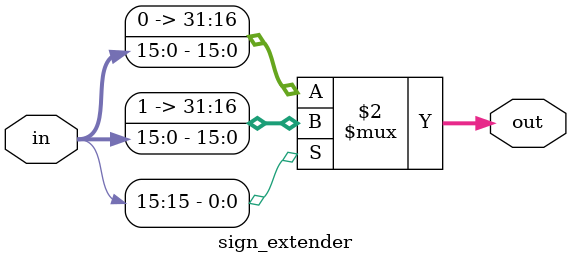
<source format=v>
`timescale 1ns / 1ps
module sign_extender( in, out
    );
	 input [15:0]in;
	 output [31:0]out;
	 assign out = (in[15] == 0) ? {16'h0000, in} : {16'hffff, in};
endmodule

</source>
